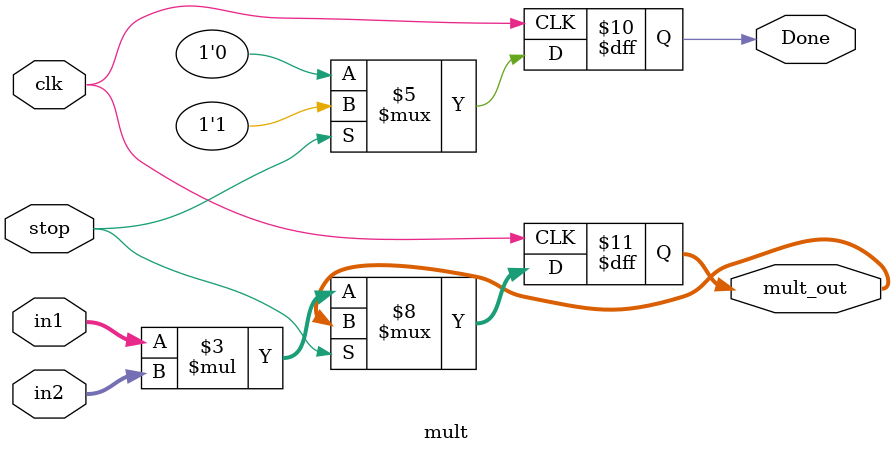
<source format=v>
`timescale 1ns / 1ps
module mult(
    input [5:0] in1,
    input [5:0] in2,
	 input clk,
	 input stop,
	 output reg Done,
    output reg [11:0] mult_out
    );
	
	always @(posedge clk) begin
		if(!stop) begin
			mult_out <= in1*in2;
			Done <=0;
		end
		else
		Done <= 1;
	end

endmodule

</source>
